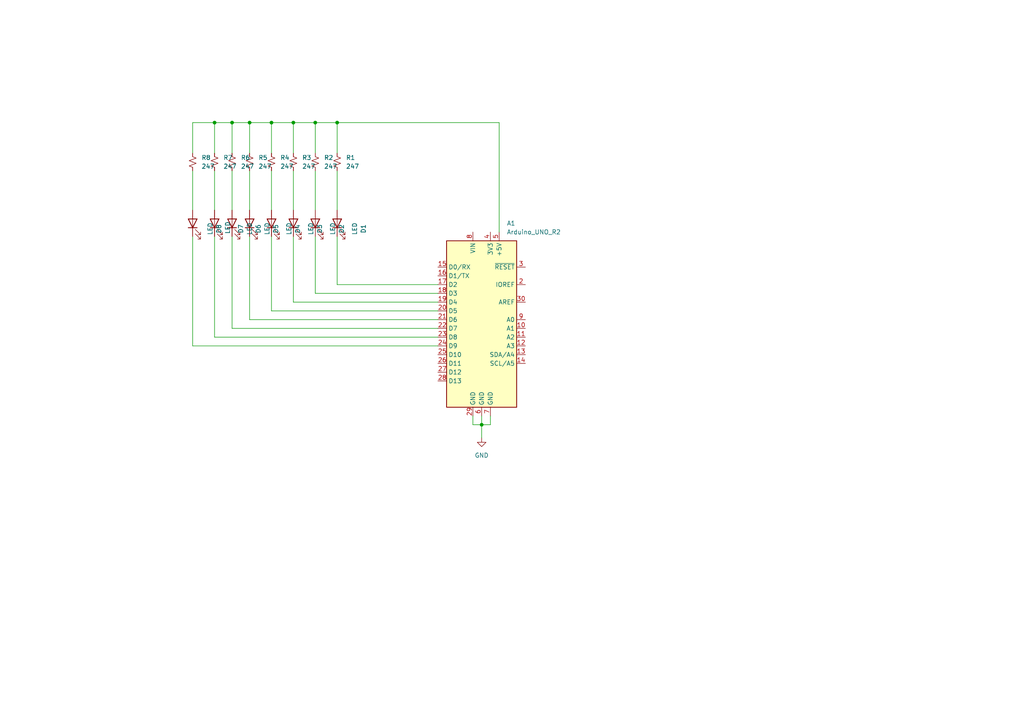
<source format=kicad_sch>
(kicad_sch (version 20230121) (generator eeschema)

  (uuid 4c94d283-79fe-4476-88e6-587880f0b572)

  (paper "A4")

  (title_block
    (title "ARDUINO UNO SHIELD")
    (date "2024-01-17")
    (rev "1")
    (comment 1 "HO CHI MINH UNIVERSITY OF TECHNOLOGY")
  )

  (lib_symbols
    (symbol "Device:LED" (pin_numbers hide) (pin_names (offset 1.016) hide) (in_bom yes) (on_board yes)
      (property "Reference" "D" (at 0 2.54 0)
        (effects (font (size 1.27 1.27)))
      )
      (property "Value" "LED" (at 0 -2.54 0)
        (effects (font (size 1.27 1.27)))
      )
      (property "Footprint" "" (at 0 0 0)
        (effects (font (size 1.27 1.27)) hide)
      )
      (property "Datasheet" "~" (at 0 0 0)
        (effects (font (size 1.27 1.27)) hide)
      )
      (property "ki_keywords" "LED diode" (at 0 0 0)
        (effects (font (size 1.27 1.27)) hide)
      )
      (property "ki_description" "Light emitting diode" (at 0 0 0)
        (effects (font (size 1.27 1.27)) hide)
      )
      (property "ki_fp_filters" "LED* LED_SMD:* LED_THT:*" (at 0 0 0)
        (effects (font (size 1.27 1.27)) hide)
      )
      (symbol "LED_0_1"
        (polyline
          (pts
            (xy -1.27 -1.27)
            (xy -1.27 1.27)
          )
          (stroke (width 0.254) (type default))
          (fill (type none))
        )
        (polyline
          (pts
            (xy -1.27 0)
            (xy 1.27 0)
          )
          (stroke (width 0) (type default))
          (fill (type none))
        )
        (polyline
          (pts
            (xy 1.27 -1.27)
            (xy 1.27 1.27)
            (xy -1.27 0)
            (xy 1.27 -1.27)
          )
          (stroke (width 0.254) (type default))
          (fill (type none))
        )
        (polyline
          (pts
            (xy -3.048 -0.762)
            (xy -4.572 -2.286)
            (xy -3.81 -2.286)
            (xy -4.572 -2.286)
            (xy -4.572 -1.524)
          )
          (stroke (width 0) (type default))
          (fill (type none))
        )
        (polyline
          (pts
            (xy -1.778 -0.762)
            (xy -3.302 -2.286)
            (xy -2.54 -2.286)
            (xy -3.302 -2.286)
            (xy -3.302 -1.524)
          )
          (stroke (width 0) (type default))
          (fill (type none))
        )
      )
      (symbol "LED_1_1"
        (pin passive line (at -3.81 0 0) (length 2.54)
          (name "K" (effects (font (size 1.27 1.27))))
          (number "1" (effects (font (size 1.27 1.27))))
        )
        (pin passive line (at 3.81 0 180) (length 2.54)
          (name "A" (effects (font (size 1.27 1.27))))
          (number "2" (effects (font (size 1.27 1.27))))
        )
      )
    )
    (symbol "Device:R_Small_US" (pin_numbers hide) (pin_names (offset 0.254) hide) (in_bom yes) (on_board yes)
      (property "Reference" "R" (at 0.762 0.508 0)
        (effects (font (size 1.27 1.27)) (justify left))
      )
      (property "Value" "R_Small_US" (at 0.762 -1.016 0)
        (effects (font (size 1.27 1.27)) (justify left))
      )
      (property "Footprint" "" (at 0 0 0)
        (effects (font (size 1.27 1.27)) hide)
      )
      (property "Datasheet" "~" (at 0 0 0)
        (effects (font (size 1.27 1.27)) hide)
      )
      (property "ki_keywords" "r resistor" (at 0 0 0)
        (effects (font (size 1.27 1.27)) hide)
      )
      (property "ki_description" "Resistor, small US symbol" (at 0 0 0)
        (effects (font (size 1.27 1.27)) hide)
      )
      (property "ki_fp_filters" "R_*" (at 0 0 0)
        (effects (font (size 1.27 1.27)) hide)
      )
      (symbol "R_Small_US_1_1"
        (polyline
          (pts
            (xy 0 0)
            (xy 1.016 -0.381)
            (xy 0 -0.762)
            (xy -1.016 -1.143)
            (xy 0 -1.524)
          )
          (stroke (width 0) (type default))
          (fill (type none))
        )
        (polyline
          (pts
            (xy 0 1.524)
            (xy 1.016 1.143)
            (xy 0 0.762)
            (xy -1.016 0.381)
            (xy 0 0)
          )
          (stroke (width 0) (type default))
          (fill (type none))
        )
        (pin passive line (at 0 2.54 270) (length 1.016)
          (name "~" (effects (font (size 1.27 1.27))))
          (number "1" (effects (font (size 1.27 1.27))))
        )
        (pin passive line (at 0 -2.54 90) (length 1.016)
          (name "~" (effects (font (size 1.27 1.27))))
          (number "2" (effects (font (size 1.27 1.27))))
        )
      )
    )
    (symbol "MCU_Module:Arduino_UNO_R2" (in_bom yes) (on_board yes)
      (property "Reference" "A" (at -10.16 23.495 0)
        (effects (font (size 1.27 1.27)) (justify left bottom))
      )
      (property "Value" "Arduino_UNO_R2" (at 5.08 -26.67 0)
        (effects (font (size 1.27 1.27)) (justify left top))
      )
      (property "Footprint" "Module:Arduino_UNO_R2" (at 0 0 0)
        (effects (font (size 1.27 1.27) italic) hide)
      )
      (property "Datasheet" "https://www.arduino.cc/en/Main/arduinoBoardUno" (at 0 0 0)
        (effects (font (size 1.27 1.27)) hide)
      )
      (property "ki_keywords" "Arduino UNO R3 Microcontroller Module Atmel AVR USB" (at 0 0 0)
        (effects (font (size 1.27 1.27)) hide)
      )
      (property "ki_description" "Arduino UNO Microcontroller Module, release 2" (at 0 0 0)
        (effects (font (size 1.27 1.27)) hide)
      )
      (property "ki_fp_filters" "Arduino*UNO*R2*" (at 0 0 0)
        (effects (font (size 1.27 1.27)) hide)
      )
      (symbol "Arduino_UNO_R2_0_1"
        (rectangle (start -10.16 22.86) (end 10.16 -25.4)
          (stroke (width 0.254) (type default))
          (fill (type background))
        )
      )
      (symbol "Arduino_UNO_R2_1_1"
        (pin no_connect line (at -10.16 -20.32 0) (length 2.54) hide
          (name "NC" (effects (font (size 1.27 1.27))))
          (number "1" (effects (font (size 1.27 1.27))))
        )
        (pin bidirectional line (at 12.7 -2.54 180) (length 2.54)
          (name "A1" (effects (font (size 1.27 1.27))))
          (number "10" (effects (font (size 1.27 1.27))))
        )
        (pin bidirectional line (at 12.7 -5.08 180) (length 2.54)
          (name "A2" (effects (font (size 1.27 1.27))))
          (number "11" (effects (font (size 1.27 1.27))))
        )
        (pin bidirectional line (at 12.7 -7.62 180) (length 2.54)
          (name "A3" (effects (font (size 1.27 1.27))))
          (number "12" (effects (font (size 1.27 1.27))))
        )
        (pin bidirectional line (at 12.7 -10.16 180) (length 2.54)
          (name "SDA/A4" (effects (font (size 1.27 1.27))))
          (number "13" (effects (font (size 1.27 1.27))))
        )
        (pin bidirectional line (at 12.7 -12.7 180) (length 2.54)
          (name "SCL/A5" (effects (font (size 1.27 1.27))))
          (number "14" (effects (font (size 1.27 1.27))))
        )
        (pin bidirectional line (at -12.7 15.24 0) (length 2.54)
          (name "D0/RX" (effects (font (size 1.27 1.27))))
          (number "15" (effects (font (size 1.27 1.27))))
        )
        (pin bidirectional line (at -12.7 12.7 0) (length 2.54)
          (name "D1/TX" (effects (font (size 1.27 1.27))))
          (number "16" (effects (font (size 1.27 1.27))))
        )
        (pin bidirectional line (at -12.7 10.16 0) (length 2.54)
          (name "D2" (effects (font (size 1.27 1.27))))
          (number "17" (effects (font (size 1.27 1.27))))
        )
        (pin bidirectional line (at -12.7 7.62 0) (length 2.54)
          (name "D3" (effects (font (size 1.27 1.27))))
          (number "18" (effects (font (size 1.27 1.27))))
        )
        (pin bidirectional line (at -12.7 5.08 0) (length 2.54)
          (name "D4" (effects (font (size 1.27 1.27))))
          (number "19" (effects (font (size 1.27 1.27))))
        )
        (pin output line (at 12.7 10.16 180) (length 2.54)
          (name "IOREF" (effects (font (size 1.27 1.27))))
          (number "2" (effects (font (size 1.27 1.27))))
        )
        (pin bidirectional line (at -12.7 2.54 0) (length 2.54)
          (name "D5" (effects (font (size 1.27 1.27))))
          (number "20" (effects (font (size 1.27 1.27))))
        )
        (pin bidirectional line (at -12.7 0 0) (length 2.54)
          (name "D6" (effects (font (size 1.27 1.27))))
          (number "21" (effects (font (size 1.27 1.27))))
        )
        (pin bidirectional line (at -12.7 -2.54 0) (length 2.54)
          (name "D7" (effects (font (size 1.27 1.27))))
          (number "22" (effects (font (size 1.27 1.27))))
        )
        (pin bidirectional line (at -12.7 -5.08 0) (length 2.54)
          (name "D8" (effects (font (size 1.27 1.27))))
          (number "23" (effects (font (size 1.27 1.27))))
        )
        (pin bidirectional line (at -12.7 -7.62 0) (length 2.54)
          (name "D9" (effects (font (size 1.27 1.27))))
          (number "24" (effects (font (size 1.27 1.27))))
        )
        (pin bidirectional line (at -12.7 -10.16 0) (length 2.54)
          (name "D10" (effects (font (size 1.27 1.27))))
          (number "25" (effects (font (size 1.27 1.27))))
        )
        (pin bidirectional line (at -12.7 -12.7 0) (length 2.54)
          (name "D11" (effects (font (size 1.27 1.27))))
          (number "26" (effects (font (size 1.27 1.27))))
        )
        (pin bidirectional line (at -12.7 -15.24 0) (length 2.54)
          (name "D12" (effects (font (size 1.27 1.27))))
          (number "27" (effects (font (size 1.27 1.27))))
        )
        (pin bidirectional line (at -12.7 -17.78 0) (length 2.54)
          (name "D13" (effects (font (size 1.27 1.27))))
          (number "28" (effects (font (size 1.27 1.27))))
        )
        (pin power_in line (at -2.54 -27.94 90) (length 2.54)
          (name "GND" (effects (font (size 1.27 1.27))))
          (number "29" (effects (font (size 1.27 1.27))))
        )
        (pin input line (at 12.7 15.24 180) (length 2.54)
          (name "~{RESET}" (effects (font (size 1.27 1.27))))
          (number "3" (effects (font (size 1.27 1.27))))
        )
        (pin input line (at 12.7 5.08 180) (length 2.54)
          (name "AREF" (effects (font (size 1.27 1.27))))
          (number "30" (effects (font (size 1.27 1.27))))
        )
        (pin power_out line (at 2.54 25.4 270) (length 2.54)
          (name "3V3" (effects (font (size 1.27 1.27))))
          (number "4" (effects (font (size 1.27 1.27))))
        )
        (pin power_out line (at 5.08 25.4 270) (length 2.54)
          (name "+5V" (effects (font (size 1.27 1.27))))
          (number "5" (effects (font (size 1.27 1.27))))
        )
        (pin power_in line (at 0 -27.94 90) (length 2.54)
          (name "GND" (effects (font (size 1.27 1.27))))
          (number "6" (effects (font (size 1.27 1.27))))
        )
        (pin power_in line (at 2.54 -27.94 90) (length 2.54)
          (name "GND" (effects (font (size 1.27 1.27))))
          (number "7" (effects (font (size 1.27 1.27))))
        )
        (pin power_in line (at -2.54 25.4 270) (length 2.54)
          (name "VIN" (effects (font (size 1.27 1.27))))
          (number "8" (effects (font (size 1.27 1.27))))
        )
        (pin bidirectional line (at 12.7 0 180) (length 2.54)
          (name "A0" (effects (font (size 1.27 1.27))))
          (number "9" (effects (font (size 1.27 1.27))))
        )
      )
    )
    (symbol "power:GND" (power) (pin_names (offset 0)) (in_bom yes) (on_board yes)
      (property "Reference" "#PWR" (at 0 -6.35 0)
        (effects (font (size 1.27 1.27)) hide)
      )
      (property "Value" "GND" (at 0 -3.81 0)
        (effects (font (size 1.27 1.27)))
      )
      (property "Footprint" "" (at 0 0 0)
        (effects (font (size 1.27 1.27)) hide)
      )
      (property "Datasheet" "" (at 0 0 0)
        (effects (font (size 1.27 1.27)) hide)
      )
      (property "ki_keywords" "global power" (at 0 0 0)
        (effects (font (size 1.27 1.27)) hide)
      )
      (property "ki_description" "Power symbol creates a global label with name \"GND\" , ground" (at 0 0 0)
        (effects (font (size 1.27 1.27)) hide)
      )
      (symbol "GND_0_1"
        (polyline
          (pts
            (xy 0 0)
            (xy 0 -1.27)
            (xy 1.27 -1.27)
            (xy 0 -2.54)
            (xy -1.27 -1.27)
            (xy 0 -1.27)
          )
          (stroke (width 0) (type default))
          (fill (type none))
        )
      )
      (symbol "GND_1_1"
        (pin power_in line (at 0 0 270) (length 0) hide
          (name "GND" (effects (font (size 1.27 1.27))))
          (number "1" (effects (font (size 1.27 1.27))))
        )
      )
    )
  )

  (junction (at 72.39 35.56) (diameter 0) (color 0 0 0 0)
    (uuid 0e5dc9d0-f25e-4bc2-af7e-99f8bae2662b)
  )
  (junction (at 97.79 35.56) (diameter 0) (color 0 0 0 0)
    (uuid 4442ed1a-cb87-4a9c-b0df-c68043f77950)
  )
  (junction (at 85.09 35.56) (diameter 0) (color 0 0 0 0)
    (uuid 4dfecd19-5da2-4bd7-9bb2-0b4f7d60de19)
  )
  (junction (at 67.31 35.56) (diameter 0) (color 0 0 0 0)
    (uuid 511de882-2d16-43ff-b4f6-a386c7b15f4a)
  )
  (junction (at 91.44 35.56) (diameter 0) (color 0 0 0 0)
    (uuid 95279220-0a62-4469-b67e-5c6f13865084)
  )
  (junction (at 78.74 35.56) (diameter 0) (color 0 0 0 0)
    (uuid b554fa80-ff51-4e99-9116-5e94987239f2)
  )
  (junction (at 139.7 123.19) (diameter 0) (color 0 0 0 0)
    (uuid de01e37d-818a-4ae1-8f68-0ea8c34592c0)
  )
  (junction (at 62.23 35.56) (diameter 0) (color 0 0 0 0)
    (uuid f0395aed-1169-450e-a834-62d93fb6b773)
  )

  (wire (pts (xy 78.74 35.56) (xy 85.09 35.56))
    (stroke (width 0) (type default))
    (uuid 0cd393d5-92f0-4875-b36c-f82e39bbf764)
  )
  (wire (pts (xy 97.79 68.58) (xy 97.79 82.55))
    (stroke (width 0) (type default))
    (uuid 0dfd2337-fa20-47fc-89c0-955d8d5b3ad2)
  )
  (wire (pts (xy 97.79 35.56) (xy 144.78 35.56))
    (stroke (width 0) (type default))
    (uuid 14e2d3e1-47e8-4842-86b8-980a0d42516e)
  )
  (wire (pts (xy 85.09 35.56) (xy 91.44 35.56))
    (stroke (width 0) (type default))
    (uuid 1573e8ff-6904-4bc4-82cf-2a4389d07726)
  )
  (wire (pts (xy 85.09 87.63) (xy 127 87.63))
    (stroke (width 0) (type default))
    (uuid 1eda79f6-81c9-4261-a1cb-2efbc4cee696)
  )
  (wire (pts (xy 97.79 49.53) (xy 97.79 60.96))
    (stroke (width 0) (type default))
    (uuid 1fe12b47-9f9d-486a-8a85-a3312060eb6e)
  )
  (wire (pts (xy 62.23 68.58) (xy 62.23 97.79))
    (stroke (width 0) (type default))
    (uuid 200c5b32-e9e1-4566-a102-2fa9829f0195)
  )
  (wire (pts (xy 142.24 120.65) (xy 142.24 123.19))
    (stroke (width 0) (type default))
    (uuid 21081983-5aab-44d9-92de-292b840f07d2)
  )
  (wire (pts (xy 78.74 68.58) (xy 78.74 90.17))
    (stroke (width 0) (type default))
    (uuid 2514bc73-3b5e-490d-a00f-3f5fe4de5ce8)
  )
  (wire (pts (xy 62.23 97.79) (xy 127 97.79))
    (stroke (width 0) (type default))
    (uuid 2f61519e-a7cf-419e-b207-95bd875020a9)
  )
  (wire (pts (xy 72.39 92.71) (xy 127 92.71))
    (stroke (width 0) (type default))
    (uuid 325958aa-64b2-4ffe-b5e9-d3dd3d536358)
  )
  (wire (pts (xy 72.39 49.53) (xy 72.39 60.96))
    (stroke (width 0) (type default))
    (uuid 336b1440-563a-4cca-a398-fb63e377909c)
  )
  (wire (pts (xy 97.79 35.56) (xy 97.79 44.45))
    (stroke (width 0) (type default))
    (uuid 37a1c3db-5f71-4f43-b31b-dc33687b33ae)
  )
  (wire (pts (xy 55.88 49.53) (xy 55.88 60.96))
    (stroke (width 0) (type default))
    (uuid 3b51150f-36f3-4896-85b1-ae9394cd55c2)
  )
  (wire (pts (xy 55.88 35.56) (xy 62.23 35.56))
    (stroke (width 0) (type default))
    (uuid 3e778db4-fd69-45f9-9ebf-e6cf02dc09b6)
  )
  (wire (pts (xy 91.44 35.56) (xy 97.79 35.56))
    (stroke (width 0) (type default))
    (uuid 50d1d072-8b52-450d-8cc4-ef3942ec55f5)
  )
  (wire (pts (xy 67.31 35.56) (xy 72.39 35.56))
    (stroke (width 0) (type default))
    (uuid 554793b5-d461-4681-a6bf-383d1df7486a)
  )
  (wire (pts (xy 91.44 85.09) (xy 127 85.09))
    (stroke (width 0) (type default))
    (uuid 5c7f4159-e2e7-41f8-abf5-ffcba132c5c0)
  )
  (wire (pts (xy 67.31 49.53) (xy 67.31 60.96))
    (stroke (width 0) (type default))
    (uuid 699a980c-f1d3-4205-b03b-1792052b7f06)
  )
  (wire (pts (xy 55.88 100.33) (xy 127 100.33))
    (stroke (width 0) (type default))
    (uuid 69f0b350-c3d6-40e1-957b-23a2c843dd0b)
  )
  (wire (pts (xy 97.79 82.55) (xy 127 82.55))
    (stroke (width 0) (type default))
    (uuid 6a0cff28-e622-4025-a56c-6ba640f36435)
  )
  (wire (pts (xy 78.74 90.17) (xy 127 90.17))
    (stroke (width 0) (type default))
    (uuid 74ba4830-db16-40f8-b542-6328caad1e4e)
  )
  (wire (pts (xy 72.39 35.56) (xy 72.39 44.45))
    (stroke (width 0) (type default))
    (uuid 7846be4e-33d8-450a-8958-bfd69b8a3ea8)
  )
  (wire (pts (xy 85.09 35.56) (xy 85.09 44.45))
    (stroke (width 0) (type default))
    (uuid 7d8791b1-10a5-4b9a-bd51-0ad9452aa1de)
  )
  (wire (pts (xy 62.23 35.56) (xy 67.31 35.56))
    (stroke (width 0) (type default))
    (uuid 84a98495-229d-4252-9249-e07245922609)
  )
  (wire (pts (xy 62.23 35.56) (xy 62.23 44.45))
    (stroke (width 0) (type default))
    (uuid 860885a0-832a-45f8-a021-d3c6cbdcffc1)
  )
  (wire (pts (xy 62.23 49.53) (xy 62.23 60.96))
    (stroke (width 0) (type default))
    (uuid 868c3d7d-b9e8-4080-9428-18df59582ccc)
  )
  (wire (pts (xy 85.09 68.58) (xy 85.09 87.63))
    (stroke (width 0) (type default))
    (uuid 873056fc-7171-4f80-8b18-76f42273aa53)
  )
  (wire (pts (xy 137.16 120.65) (xy 137.16 123.19))
    (stroke (width 0) (type default))
    (uuid 8ea18de8-589e-4bdd-8b93-b2f488568dde)
  )
  (wire (pts (xy 139.7 123.19) (xy 142.24 123.19))
    (stroke (width 0) (type default))
    (uuid 960fbfb4-73ea-4fb3-8976-33c222708026)
  )
  (wire (pts (xy 78.74 35.56) (xy 78.74 44.45))
    (stroke (width 0) (type default))
    (uuid 9c1f38c9-2df1-4e13-8a26-4ac0b1b90676)
  )
  (wire (pts (xy 137.16 123.19) (xy 139.7 123.19))
    (stroke (width 0) (type default))
    (uuid 9dca9c12-b8a0-41c4-81b6-4a2d4a8af9ef)
  )
  (wire (pts (xy 91.44 68.58) (xy 91.44 85.09))
    (stroke (width 0) (type default))
    (uuid ac6a12a2-3d98-4f21-b070-04b2c4aecbee)
  )
  (wire (pts (xy 67.31 68.58) (xy 67.31 95.25))
    (stroke (width 0) (type default))
    (uuid b1af8b30-0acc-4262-8e67-49e5afe8d106)
  )
  (wire (pts (xy 55.88 35.56) (xy 55.88 44.45))
    (stroke (width 0) (type default))
    (uuid b238d42b-4148-4e82-84ae-c4a64c4076af)
  )
  (wire (pts (xy 139.7 120.65) (xy 139.7 123.19))
    (stroke (width 0) (type default))
    (uuid c8a5fd70-c201-4b53-893b-535716bc8074)
  )
  (wire (pts (xy 55.88 68.58) (xy 55.88 100.33))
    (stroke (width 0) (type default))
    (uuid cb0a729f-ef0d-4f84-8622-3a7ecbc29422)
  )
  (wire (pts (xy 78.74 49.53) (xy 78.74 60.96))
    (stroke (width 0) (type default))
    (uuid dbe51e7d-884c-48ec-9d5f-7684fe597fa1)
  )
  (wire (pts (xy 85.09 49.53) (xy 85.09 60.96))
    (stroke (width 0) (type default))
    (uuid e625e5cb-659e-458b-bcea-1595f22a00fb)
  )
  (wire (pts (xy 67.31 35.56) (xy 67.31 44.45))
    (stroke (width 0) (type default))
    (uuid e8ee7217-c7f4-4783-aeb4-de96f424b033)
  )
  (wire (pts (xy 144.78 35.56) (xy 144.78 67.31))
    (stroke (width 0) (type default))
    (uuid e9c3f41c-5f6f-4b5f-836c-63fee2cdb745)
  )
  (wire (pts (xy 139.7 123.19) (xy 139.7 127))
    (stroke (width 0) (type default))
    (uuid e9e70c3f-d724-472a-81d2-f1e168ac07c0)
  )
  (wire (pts (xy 91.44 35.56) (xy 91.44 44.45))
    (stroke (width 0) (type default))
    (uuid f0c4ba13-de06-478c-82dc-7c25ef340142)
  )
  (wire (pts (xy 91.44 49.53) (xy 91.44 60.96))
    (stroke (width 0) (type default))
    (uuid f19c862e-1b56-4c52-a3fd-207bd941bded)
  )
  (wire (pts (xy 72.39 68.58) (xy 72.39 92.71))
    (stroke (width 0) (type default))
    (uuid f1bef791-6be4-42ff-963a-97f81e15e204)
  )
  (wire (pts (xy 67.31 95.25) (xy 127 95.25))
    (stroke (width 0) (type default))
    (uuid f41b2272-05b7-473d-9760-842b89eea41e)
  )
  (wire (pts (xy 72.39 35.56) (xy 78.74 35.56))
    (stroke (width 0) (type default))
    (uuid f6b8b34f-2e15-4460-b713-7e271ca2ad7d)
  )

  (symbol (lib_id "Device:LED") (at 78.74 64.77 90) (unit 1)
    (in_bom yes) (on_board yes) (dnp no)
    (uuid 28103721-f882-4043-a4ea-811058ca2864)
    (property "Reference" "D4" (at 86.36 66.3575 0)
      (effects (font (size 1.27 1.27)))
    )
    (property "Value" "LED" (at 83.82 66.3575 0)
      (effects (font (size 1.27 1.27)))
    )
    (property "Footprint" "LED_SMD:LED_0805_2012Metric" (at 78.74 64.77 0)
      (effects (font (size 1.27 1.27)) hide)
    )
    (property "Datasheet" "~" (at 78.74 64.77 0)
      (effects (font (size 1.27 1.27)) hide)
    )
    (pin "2" (uuid 3ef0c6e0-7c5d-4984-9806-e2daa2d0d3f6))
    (pin "1" (uuid d1997b0d-2331-447d-a05a-216138571056))
    (instances
      (project "Exercise1"
        (path "/4c94d283-79fe-4476-88e6-587880f0b572"
          (reference "D4") (unit 1)
        )
      )
    )
  )

  (symbol (lib_id "Device:LED") (at 55.88 64.77 90) (unit 1)
    (in_bom yes) (on_board yes) (dnp no) (fields_autoplaced)
    (uuid 2abb2fbb-ac3a-4099-abba-3929fe47184d)
    (property "Reference" "D8" (at 63.5 66.3575 0)
      (effects (font (size 1.27 1.27)))
    )
    (property "Value" "LED" (at 60.96 66.3575 0)
      (effects (font (size 1.27 1.27)))
    )
    (property "Footprint" "LED_SMD:LED_0805_2012Metric" (at 55.88 64.77 0)
      (effects (font (size 1.27 1.27)) hide)
    )
    (property "Datasheet" "~" (at 55.88 64.77 0)
      (effects (font (size 1.27 1.27)) hide)
    )
    (pin "2" (uuid 4730289d-a4b6-4fd5-b710-4f92f4299575))
    (pin "1" (uuid cc17d545-67f2-4f5d-9db8-3c9049b5360b))
    (instances
      (project "Exercise1"
        (path "/4c94d283-79fe-4476-88e6-587880f0b572"
          (reference "D8") (unit 1)
        )
      )
    )
  )

  (symbol (lib_id "Device:R_Small_US") (at 72.39 46.99 0) (unit 1)
    (in_bom yes) (on_board yes) (dnp no) (fields_autoplaced)
    (uuid 2f217751-a7c8-4369-9db1-4c2a6ab345b0)
    (property "Reference" "R5" (at 74.93 45.72 0)
      (effects (font (size 1.27 1.27)) (justify left))
    )
    (property "Value" "247" (at 74.93 48.26 0)
      (effects (font (size 1.27 1.27)) (justify left))
    )
    (property "Footprint" "Resistor_SMD:R_0603_1608Metric" (at 72.39 46.99 0)
      (effects (font (size 1.27 1.27)) hide)
    )
    (property "Datasheet" "~" (at 72.39 46.99 0)
      (effects (font (size 1.27 1.27)) hide)
    )
    (pin "2" (uuid e7221aab-b7cf-4396-99e9-52e06431b0d6))
    (pin "1" (uuid 7ad632ff-7f07-4261-b505-c81f6e1de26f))
    (instances
      (project "Exercise1"
        (path "/4c94d283-79fe-4476-88e6-587880f0b572"
          (reference "R5") (unit 1)
        )
      )
    )
  )

  (symbol (lib_id "Device:LED") (at 67.31 64.77 90) (unit 1)
    (in_bom yes) (on_board yes) (dnp no) (fields_autoplaced)
    (uuid 390ec9fc-7bdd-4c5a-8ee3-b90472ce63a3)
    (property "Reference" "D6" (at 74.93 66.3575 0)
      (effects (font (size 1.27 1.27)))
    )
    (property "Value" "LED" (at 72.39 66.3575 0)
      (effects (font (size 1.27 1.27)))
    )
    (property "Footprint" "LED_SMD:LED_0805_2012Metric" (at 67.31 64.77 0)
      (effects (font (size 1.27 1.27)) hide)
    )
    (property "Datasheet" "~" (at 67.31 64.77 0)
      (effects (font (size 1.27 1.27)) hide)
    )
    (pin "2" (uuid 0dc53e83-a015-44e0-ab9a-ad47f5084e32))
    (pin "1" (uuid 32c834ad-a364-4eaa-9233-f92748068597))
    (instances
      (project "Exercise1"
        (path "/4c94d283-79fe-4476-88e6-587880f0b572"
          (reference "D6") (unit 1)
        )
      )
    )
  )

  (symbol (lib_id "Device:R_Small_US") (at 78.74 46.99 0) (unit 1)
    (in_bom yes) (on_board yes) (dnp no) (fields_autoplaced)
    (uuid 3d9a38c6-2b54-44fa-a6c0-a33359524eab)
    (property "Reference" "R4" (at 81.28 45.72 0)
      (effects (font (size 1.27 1.27)) (justify left))
    )
    (property "Value" "247" (at 81.28 48.26 0)
      (effects (font (size 1.27 1.27)) (justify left))
    )
    (property "Footprint" "Resistor_SMD:R_0603_1608Metric" (at 78.74 46.99 0)
      (effects (font (size 1.27 1.27)) hide)
    )
    (property "Datasheet" "~" (at 78.74 46.99 0)
      (effects (font (size 1.27 1.27)) hide)
    )
    (pin "2" (uuid 99ef1eb0-81ee-4b1f-b80c-a6e383d7e0d3))
    (pin "1" (uuid 9caafb53-55cb-4323-b187-df2101577bd8))
    (instances
      (project "Exercise1"
        (path "/4c94d283-79fe-4476-88e6-587880f0b572"
          (reference "R4") (unit 1)
        )
      )
    )
  )

  (symbol (lib_id "Device:R_Small_US") (at 85.09 46.99 0) (unit 1)
    (in_bom yes) (on_board yes) (dnp no) (fields_autoplaced)
    (uuid 55875ad1-1d9f-40b9-96b0-386fdc661938)
    (property "Reference" "R3" (at 87.63 45.72 0)
      (effects (font (size 1.27 1.27)) (justify left))
    )
    (property "Value" "247" (at 87.63 48.26 0)
      (effects (font (size 1.27 1.27)) (justify left))
    )
    (property "Footprint" "Resistor_SMD:R_0603_1608Metric" (at 85.09 46.99 0)
      (effects (font (size 1.27 1.27)) hide)
    )
    (property "Datasheet" "~" (at 85.09 46.99 0)
      (effects (font (size 1.27 1.27)) hide)
    )
    (pin "2" (uuid 14980b53-c3c6-4ea9-af90-0cda07c21ab0))
    (pin "1" (uuid 7c339236-32fb-4055-bcf3-a602320b4031))
    (instances
      (project "Exercise1"
        (path "/4c94d283-79fe-4476-88e6-587880f0b572"
          (reference "R3") (unit 1)
        )
      )
    )
  )

  (symbol (lib_id "power:GND") (at 139.7 127 0) (unit 1)
    (in_bom yes) (on_board yes) (dnp no) (fields_autoplaced)
    (uuid 55ff7062-3f59-4e1d-a260-b91ff4e9bcd6)
    (property "Reference" "#PWR01" (at 139.7 133.35 0)
      (effects (font (size 1.27 1.27)) hide)
    )
    (property "Value" "GND" (at 139.7 132.08 0)
      (effects (font (size 1.27 1.27)))
    )
    (property "Footprint" "" (at 139.7 127 0)
      (effects (font (size 1.27 1.27)) hide)
    )
    (property "Datasheet" "" (at 139.7 127 0)
      (effects (font (size 1.27 1.27)) hide)
    )
    (pin "1" (uuid 3ca585eb-5788-4e33-ae6c-c989cd0c1dd5))
    (instances
      (project "Exercise1"
        (path "/4c94d283-79fe-4476-88e6-587880f0b572"
          (reference "#PWR01") (unit 1)
        )
      )
    )
  )

  (symbol (lib_id "Device:R_Small_US") (at 55.88 46.99 0) (unit 1)
    (in_bom yes) (on_board yes) (dnp no) (fields_autoplaced)
    (uuid 5f23e053-16ea-454f-8176-93ac624afa20)
    (property "Reference" "R8" (at 58.42 45.72 0)
      (effects (font (size 1.27 1.27)) (justify left))
    )
    (property "Value" "247" (at 58.42 48.26 0)
      (effects (font (size 1.27 1.27)) (justify left))
    )
    (property "Footprint" "Resistor_SMD:R_0603_1608Metric" (at 55.88 46.99 0)
      (effects (font (size 1.27 1.27)) hide)
    )
    (property "Datasheet" "~" (at 55.88 46.99 0)
      (effects (font (size 1.27 1.27)) hide)
    )
    (pin "2" (uuid 79d57a62-b34d-47e9-9f3c-8632de09266b))
    (pin "1" (uuid 0fa5e376-da00-4ca7-a1c9-72231d6267ff))
    (instances
      (project "Exercise1"
        (path "/4c94d283-79fe-4476-88e6-587880f0b572"
          (reference "R8") (unit 1)
        )
      )
    )
  )

  (symbol (lib_id "Device:R_Small_US") (at 97.79 46.99 0) (unit 1)
    (in_bom yes) (on_board yes) (dnp no) (fields_autoplaced)
    (uuid 67427b76-21c8-4117-a0e8-6a9e1d85c17f)
    (property "Reference" "R1" (at 100.33 45.72 0)
      (effects (font (size 1.27 1.27)) (justify left))
    )
    (property "Value" "247" (at 100.33 48.26 0)
      (effects (font (size 1.27 1.27)) (justify left))
    )
    (property "Footprint" "Resistor_SMD:R_0603_1608Metric" (at 97.79 46.99 0)
      (effects (font (size 1.27 1.27)) hide)
    )
    (property "Datasheet" "~" (at 97.79 46.99 0)
      (effects (font (size 1.27 1.27)) hide)
    )
    (pin "2" (uuid 2e08232f-5184-44dd-902b-bc5b3c254f11))
    (pin "1" (uuid 6e50ce49-ed4e-493b-9f97-91bdf82a9993))
    (instances
      (project "Exercise1"
        (path "/4c94d283-79fe-4476-88e6-587880f0b572"
          (reference "R1") (unit 1)
        )
      )
    )
  )

  (symbol (lib_id "Device:LED") (at 72.39 64.77 90) (unit 1)
    (in_bom yes) (on_board yes) (dnp no) (fields_autoplaced)
    (uuid 74ee16ee-307f-4925-a6a3-871fab6013f6)
    (property "Reference" "D5" (at 80.01 66.3575 0)
      (effects (font (size 1.27 1.27)))
    )
    (property "Value" "LED" (at 77.47 66.3575 0)
      (effects (font (size 1.27 1.27)))
    )
    (property "Footprint" "LED_SMD:LED_0805_2012Metric" (at 72.39 64.77 0)
      (effects (font (size 1.27 1.27)) hide)
    )
    (property "Datasheet" "~" (at 72.39 64.77 0)
      (effects (font (size 1.27 1.27)) hide)
    )
    (pin "2" (uuid 9a86a251-aaf0-4796-b47a-60ebd928d005))
    (pin "1" (uuid 26aed262-c9b5-4091-b0f2-aaba945d4723))
    (instances
      (project "Exercise1"
        (path "/4c94d283-79fe-4476-88e6-587880f0b572"
          (reference "D5") (unit 1)
        )
      )
    )
  )

  (symbol (lib_id "Device:LED") (at 62.23 64.77 90) (unit 1)
    (in_bom yes) (on_board yes) (dnp no)
    (uuid 77e0ebe3-22ce-44e9-9b81-83d8c8388871)
    (property "Reference" "D7" (at 69.85 66.3575 0)
      (effects (font (size 1.27 1.27)))
    )
    (property "Value" "LED" (at 66.04 66.04 0)
      (effects (font (size 1.27 1.27)))
    )
    (property "Footprint" "LED_SMD:LED_0805_2012Metric" (at 62.23 64.77 0)
      (effects (font (size 1.27 1.27)) hide)
    )
    (property "Datasheet" "~" (at 62.23 64.77 0)
      (effects (font (size 1.27 1.27)) hide)
    )
    (pin "2" (uuid fcb03886-0050-44b4-849c-08c9feeef025))
    (pin "1" (uuid ea35297c-b375-43a9-9f41-1500b274d717))
    (instances
      (project "Exercise1"
        (path "/4c94d283-79fe-4476-88e6-587880f0b572"
          (reference "D7") (unit 1)
        )
      )
    )
  )

  (symbol (lib_id "Device:LED") (at 97.79 64.77 90) (unit 1)
    (in_bom yes) (on_board yes) (dnp no) (fields_autoplaced)
    (uuid 84deae2c-ad0c-4727-b20f-24a1db84c9bb)
    (property "Reference" "D1" (at 105.41 66.3575 0)
      (effects (font (size 1.27 1.27)))
    )
    (property "Value" "LED" (at 102.87 66.3575 0)
      (effects (font (size 1.27 1.27)))
    )
    (property "Footprint" "LED_SMD:LED_0805_2012Metric" (at 97.79 64.77 0)
      (effects (font (size 1.27 1.27)) hide)
    )
    (property "Datasheet" "~" (at 97.79 64.77 0)
      (effects (font (size 1.27 1.27)) hide)
    )
    (pin "2" (uuid 3cb22417-9f1d-48eb-97e7-e57fadc26910))
    (pin "1" (uuid a57ece81-3100-41cc-afef-b12eb43d3eac))
    (instances
      (project "Exercise1"
        (path "/4c94d283-79fe-4476-88e6-587880f0b572"
          (reference "D1") (unit 1)
        )
      )
    )
  )

  (symbol (lib_id "Device:LED") (at 91.44 64.77 90) (unit 1)
    (in_bom yes) (on_board yes) (dnp no) (fields_autoplaced)
    (uuid 8a6f5b04-1eb3-4b76-8b32-93c784928792)
    (property "Reference" "D2" (at 99.06 66.3575 0)
      (effects (font (size 1.27 1.27)))
    )
    (property "Value" "LED" (at 96.52 66.3575 0)
      (effects (font (size 1.27 1.27)))
    )
    (property "Footprint" "LED_SMD:LED_0805_2012Metric" (at 91.44 64.77 0)
      (effects (font (size 1.27 1.27)) hide)
    )
    (property "Datasheet" "~" (at 91.44 64.77 0)
      (effects (font (size 1.27 1.27)) hide)
    )
    (pin "2" (uuid 6b7d435e-c6a1-4dc8-bc0d-89a17d583198))
    (pin "1" (uuid d95a0475-4a62-4aa3-b6b2-1e7c6713afe8))
    (instances
      (project "Exercise1"
        (path "/4c94d283-79fe-4476-88e6-587880f0b572"
          (reference "D2") (unit 1)
        )
      )
    )
  )

  (symbol (lib_id "Device:R_Small_US") (at 62.23 46.99 0) (unit 1)
    (in_bom yes) (on_board yes) (dnp no) (fields_autoplaced)
    (uuid ab46e1d2-20c0-4b4f-8ce7-ee410ec5c3ec)
    (property "Reference" "R7" (at 64.77 45.72 0)
      (effects (font (size 1.27 1.27)) (justify left))
    )
    (property "Value" "247" (at 64.77 48.26 0)
      (effects (font (size 1.27 1.27)) (justify left))
    )
    (property "Footprint" "Resistor_SMD:R_0603_1608Metric" (at 62.23 46.99 0)
      (effects (font (size 1.27 1.27)) hide)
    )
    (property "Datasheet" "~" (at 62.23 46.99 0)
      (effects (font (size 1.27 1.27)) hide)
    )
    (pin "2" (uuid fc099e28-356b-4383-a076-6ecf38807af2))
    (pin "1" (uuid 88112a2d-be72-4fd0-a450-33100865d2d9))
    (instances
      (project "Exercise1"
        (path "/4c94d283-79fe-4476-88e6-587880f0b572"
          (reference "R7") (unit 1)
        )
      )
    )
  )

  (symbol (lib_id "MCU_Module:Arduino_UNO_R2") (at 139.7 92.71 0) (unit 1)
    (in_bom yes) (on_board yes) (dnp no) (fields_autoplaced)
    (uuid b5b93a5f-6433-4cde-b4a5-0975f0c8b92d)
    (property "Reference" "A1" (at 146.9741 64.77 0)
      (effects (font (size 1.27 1.27)) (justify left))
    )
    (property "Value" "Arduino_UNO_R2" (at 146.9741 67.31 0)
      (effects (font (size 1.27 1.27)) (justify left))
    )
    (property "Footprint" "Module:Arduino_UNO_R2" (at 139.7 92.71 0)
      (effects (font (size 1.27 1.27) italic) hide)
    )
    (property "Datasheet" "https://www.arduino.cc/en/Main/arduinoBoardUno" (at 139.7 92.71 0)
      (effects (font (size 1.27 1.27)) hide)
    )
    (pin "14" (uuid 1410166d-b412-4e82-b54d-8a81d836b6d2))
    (pin "20" (uuid e721b0ca-f5fb-4fc5-9d6b-ad313d38c941))
    (pin "1" (uuid 99184569-2e46-4fc9-a216-7128c8fa99d2))
    (pin "21" (uuid cda93b1c-1a58-4715-b1fc-851684879933))
    (pin "15" (uuid 30efa141-5b06-40cb-9ef0-08477faf1b9d))
    (pin "3" (uuid 9562c010-5a2e-4254-84f2-9f2100d7f62b))
    (pin "30" (uuid db0ce226-f1a0-4157-8123-46d1c53e7a89))
    (pin "4" (uuid dba1d5bd-069c-4f02-98ac-a7cda1d22ed1))
    (pin "6" (uuid 43463185-08ed-4a12-8313-ddd58dd17924))
    (pin "10" (uuid 0842fe00-663d-4c51-a6ba-a98cab16a7e5))
    (pin "24" (uuid f34e66e4-8691-4f65-b4a1-8288cd80a093))
    (pin "22" (uuid 273ef173-b256-447c-be3a-1154ff771676))
    (pin "16" (uuid 9fe38935-acbe-4f21-986a-fdf9b81d5ff4))
    (pin "17" (uuid 18a1a074-6809-4fbd-9399-16bbb2bf2ef6))
    (pin "28" (uuid cc67bf7b-e4f2-4284-95ef-35ac32d3a05f))
    (pin "7" (uuid a89456b7-f35c-4b9f-acc5-5dd48dacd63f))
    (pin "8" (uuid 2499034a-c980-4a56-8647-608d60eda539))
    (pin "9" (uuid 18d4bd75-f90c-4dad-a8a3-7cf768ca3c03))
    (pin "18" (uuid 4712a950-42a9-49fc-92ac-ceefa613debb))
    (pin "2" (uuid ea5530de-52fa-48c2-b84b-cec07b65094a))
    (pin "25" (uuid c1c7172d-5a0d-40d5-8d04-0fa634453835))
    (pin "26" (uuid 1267783d-b493-4acd-8cec-3fccf72f02e1))
    (pin "27" (uuid eb636483-680e-424a-b538-a20e79f3c76b))
    (pin "5" (uuid b90d84e1-f984-4ab3-b03f-035148c89da9))
    (pin "12" (uuid 1414fc09-338a-4b18-8fab-857bdf3c11b1))
    (pin "19" (uuid 9ce36b9f-a5e9-481b-9097-2db67ccdb613))
    (pin "23" (uuid ac39b293-9b30-4629-882a-6fda69ce2f1d))
    (pin "13" (uuid a665488d-5415-431f-b14c-9cc7e24addaa))
    (pin "29" (uuid 6a3c9739-6f43-4cfa-82c8-c73d1a7c697d))
    (pin "11" (uuid 642f8716-6216-4f74-8277-0fdd9896a8cc))
    (instances
      (project "Exercise1"
        (path "/4c94d283-79fe-4476-88e6-587880f0b572"
          (reference "A1") (unit 1)
        )
      )
    )
  )

  (symbol (lib_id "Device:R_Small_US") (at 67.31 46.99 0) (unit 1)
    (in_bom yes) (on_board yes) (dnp no) (fields_autoplaced)
    (uuid ba06df26-3c8f-4215-9bd1-3f3dd1d8a61a)
    (property "Reference" "R6" (at 69.85 45.72 0)
      (effects (font (size 1.27 1.27)) (justify left))
    )
    (property "Value" "247" (at 69.85 48.26 0)
      (effects (font (size 1.27 1.27)) (justify left))
    )
    (property "Footprint" "Resistor_SMD:R_0603_1608Metric" (at 67.31 46.99 0)
      (effects (font (size 1.27 1.27)) hide)
    )
    (property "Datasheet" "~" (at 67.31 46.99 0)
      (effects (font (size 1.27 1.27)) hide)
    )
    (pin "2" (uuid 9460e19b-f902-4c68-845c-eeac2dc0350f))
    (pin "1" (uuid 04c87f0d-a37e-4576-a2be-64f5aaccef31))
    (instances
      (project "Exercise1"
        (path "/4c94d283-79fe-4476-88e6-587880f0b572"
          (reference "R6") (unit 1)
        )
      )
    )
  )

  (symbol (lib_id "Device:R_Small_US") (at 91.44 46.99 0) (unit 1)
    (in_bom yes) (on_board yes) (dnp no) (fields_autoplaced)
    (uuid c892a4b7-c3e9-4e6a-aed1-f834a5d80223)
    (property "Reference" "R2" (at 93.98 45.72 0)
      (effects (font (size 1.27 1.27)) (justify left))
    )
    (property "Value" "247" (at 93.98 48.26 0)
      (effects (font (size 1.27 1.27)) (justify left))
    )
    (property "Footprint" "Resistor_SMD:R_0603_1608Metric" (at 91.44 46.99 0)
      (effects (font (size 1.27 1.27)) hide)
    )
    (property "Datasheet" "~" (at 91.44 46.99 0)
      (effects (font (size 1.27 1.27)) hide)
    )
    (pin "2" (uuid b6fa6a30-630b-4cb4-aa7b-3124f99b180e))
    (pin "1" (uuid 381a654e-6292-4ae4-aef5-fe0c253b4acf))
    (instances
      (project "Exercise1"
        (path "/4c94d283-79fe-4476-88e6-587880f0b572"
          (reference "R2") (unit 1)
        )
      )
    )
  )

  (symbol (lib_id "Device:LED") (at 85.09 64.77 90) (unit 1)
    (in_bom yes) (on_board yes) (dnp no) (fields_autoplaced)
    (uuid cfdc4f43-4538-4b9a-9be9-2a9a6bb73304)
    (property "Reference" "D3" (at 92.71 66.3575 0)
      (effects (font (size 1.27 1.27)))
    )
    (property "Value" "LED" (at 90.17 66.3575 0)
      (effects (font (size 1.27 1.27)))
    )
    (property "Footprint" "LED_SMD:LED_0805_2012Metric" (at 85.09 64.77 0)
      (effects (font (size 1.27 1.27)) hide)
    )
    (property "Datasheet" "~" (at 85.09 64.77 0)
      (effects (font (size 1.27 1.27)) hide)
    )
    (pin "2" (uuid 444ff4d7-cb2e-46cf-b0c4-fe8bcc5d760f))
    (pin "1" (uuid 1a601bba-9af1-43a4-9726-43b373f6ddc1))
    (instances
      (project "Exercise1"
        (path "/4c94d283-79fe-4476-88e6-587880f0b572"
          (reference "D3") (unit 1)
        )
      )
    )
  )

  (sheet_instances
    (path "/" (page "1"))
  )
)

</source>
